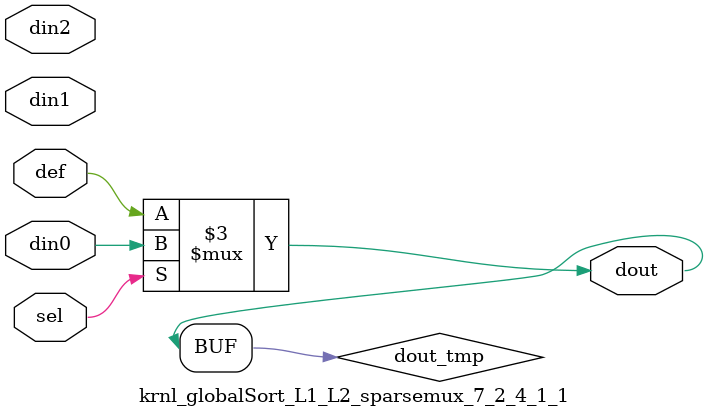
<source format=v>
`timescale 1ns / 1ps

module krnl_globalSort_L1_L2_sparsemux_7_2_4_1_1 (din0,din1,din2,def,sel,dout);

parameter din0_WIDTH = 1;

parameter din1_WIDTH = 1;

parameter din2_WIDTH = 1;

parameter def_WIDTH = 1;
parameter sel_WIDTH = 1;
parameter dout_WIDTH = 1;

parameter [sel_WIDTH-1:0] CASE0 = 1;

parameter [sel_WIDTH-1:0] CASE1 = 1;

parameter [sel_WIDTH-1:0] CASE2 = 1;

parameter ID = 1;
parameter NUM_STAGE = 1;



input [din0_WIDTH-1:0] din0;

input [din1_WIDTH-1:0] din1;

input [din2_WIDTH-1:0] din2;

input [def_WIDTH-1:0] def;
input [sel_WIDTH-1:0] sel;

output [dout_WIDTH-1:0] dout;



reg [dout_WIDTH-1:0] dout_tmp;

always @ (*) begin
case (sel)
    
    CASE0 : dout_tmp = din0;
    
    CASE1 : dout_tmp = din1;
    
    CASE2 : dout_tmp = din2;
    
    default : dout_tmp = def;
endcase
end


assign dout = dout_tmp;



endmodule

</source>
